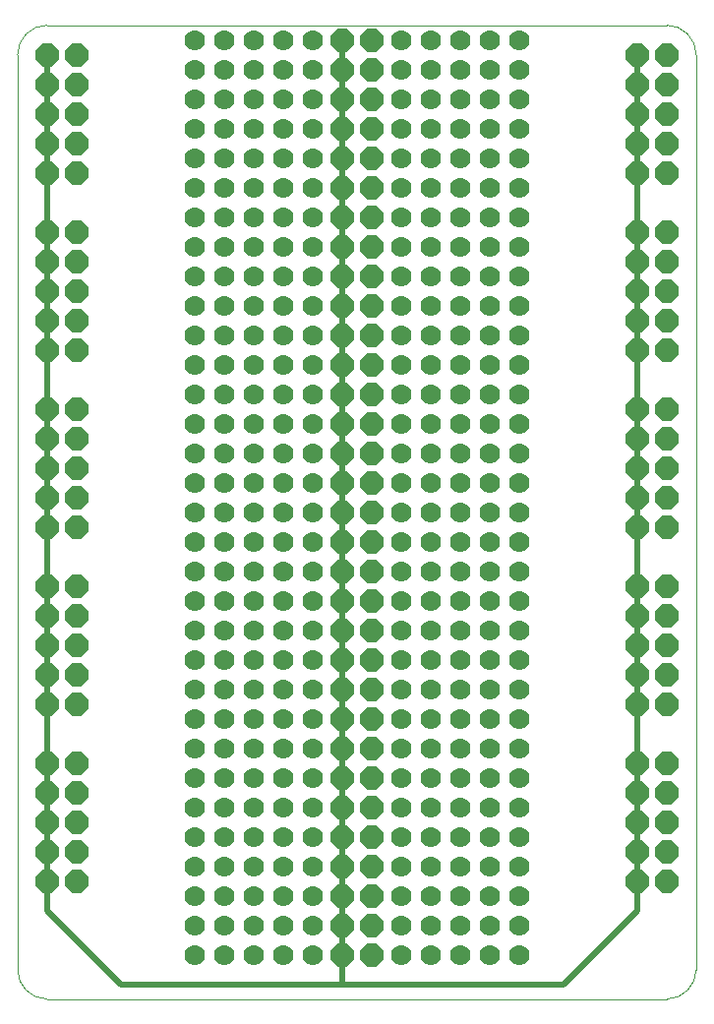
<source format=gbr>
%TF.GenerationSoftware,KiCad,Pcbnew,9.0.2-9.0.2-0~ubuntu24.04.1*%
%TF.CreationDate,2025-06-09T17:33:14+05:30*%
%TF.ProjectId,pronto,70726f6e-746f-42e6-9b69-6361645f7063,rev1*%
%TF.SameCoordinates,Original*%
%TF.FileFunction,Copper,L1,Top*%
%TF.FilePolarity,Positive*%
%FSLAX46Y46*%
G04 Gerber Fmt 4.6, Leading zero omitted, Abs format (unit mm)*
G04 Created by KiCad (PCBNEW 9.0.2-9.0.2-0~ubuntu24.04.1) date 2025-06-09 17:33:14*
%MOMM*%
%LPD*%
G01*
G04 APERTURE LIST*
G04 Aperture macros list*
%AMOutline5P*
0 Free polygon, 5 corners , with rotation*
0 The origin of the aperture is its center*
0 number of corners: always 5*
0 $1 to $10 corner X, Y*
0 $11 Rotation angle, in degrees counterclockwise*
0 create outline with 5 corners*
4,1,5,$1,$2,$3,$4,$5,$6,$7,$8,$9,$10,$1,$2,$11*%
%AMOutline6P*
0 Free polygon, 6 corners , with rotation*
0 The origin of the aperture is its center*
0 number of corners: always 6*
0 $1 to $12 corner X, Y*
0 $13 Rotation angle, in degrees counterclockwise*
0 create outline with 6 corners*
4,1,6,$1,$2,$3,$4,$5,$6,$7,$8,$9,$10,$11,$12,$1,$2,$13*%
%AMOutline7P*
0 Free polygon, 7 corners , with rotation*
0 The origin of the aperture is its center*
0 number of corners: always 7*
0 $1 to $14 corner X, Y*
0 $15 Rotation angle, in degrees counterclockwise*
0 create outline with 7 corners*
4,1,7,$1,$2,$3,$4,$5,$6,$7,$8,$9,$10,$11,$12,$13,$14,$1,$2,$15*%
%AMOutline8P*
0 Free polygon, 8 corners , with rotation*
0 The origin of the aperture is its center*
0 number of corners: always 8*
0 $1 to $16 corner X, Y*
0 $17 Rotation angle, in degrees counterclockwise*
0 create outline with 8 corners*
4,1,8,$1,$2,$3,$4,$5,$6,$7,$8,$9,$10,$11,$12,$13,$14,$15,$16,$1,$2,$17*%
G04 Aperture macros list end*
%TA.AperFunction,ComponentPad*%
%ADD10C,1.778000*%
%TD*%
%TA.AperFunction,ComponentPad*%
%ADD11Outline8P,-1.016000X0.406400X-0.406400X1.016000X0.406400X1.016000X1.016000X0.406400X1.016000X-0.406400X0.406400X-1.016000X-0.406400X-1.016000X-1.016000X-0.406400X0.000000*%
%TD*%
%TA.AperFunction,ComponentPad*%
%ADD12Outline8P,-1.016000X0.406400X-0.406400X1.016000X0.406400X1.016000X1.016000X0.406400X1.016000X-0.406400X0.406400X-1.016000X-0.406400X-1.016000X-1.016000X-0.406400X180.000000*%
%TD*%
%TA.AperFunction,Conductor*%
%ADD13C,0.508000*%
%TD*%
%TA.AperFunction,Profile*%
%ADD14C,0.100000*%
%TD*%
G04 APERTURE END LIST*
D10*
%TO.P,1pin,1*%
%TO.N,N/C*%
X114300000Y-38100000D03*
%TD*%
%TO.P,1pin,1*%
%TO.N,N/C*%
X132080000Y-38100000D03*
%TD*%
%TO.P,1pin,1*%
%TO.N,N/C*%
X127000000Y-38100000D03*
%TD*%
%TO.P,1pin,1*%
%TO.N,N/C*%
X106680000Y-38100000D03*
%TD*%
%TO.P,1pin,1*%
%TO.N,N/C*%
X121920000Y-38100000D03*
%TD*%
%TO.P,1pin,1*%
%TO.N,N/C*%
X111760000Y-38100000D03*
%TD*%
%TO.P,1pin,1*%
%TO.N,N/C*%
X129540000Y-38100000D03*
%TD*%
%TO.P,1pin,1*%
%TO.N,N/C*%
X124460000Y-38100000D03*
%TD*%
%TO.P,1pin,1*%
%TO.N,N/C*%
X109220000Y-38100000D03*
%TD*%
%TO.P,1pin,1*%
%TO.N,N/C*%
X104140000Y-38100000D03*
%TD*%
%TO.P,1pin,1*%
%TO.N,N/C*%
X106680000Y-40640000D03*
%TD*%
%TO.P,1pin,1*%
%TO.N,N/C*%
X104140000Y-40640000D03*
%TD*%
%TO.P,1pin,1*%
%TO.N,N/C*%
X109220000Y-40640000D03*
%TD*%
%TO.P,1pin,1*%
%TO.N,N/C*%
X111760000Y-40640000D03*
%TD*%
%TO.P,1pin,1*%
%TO.N,N/C*%
X114300000Y-40640000D03*
%TD*%
%TO.P,1pin,1*%
%TO.N,N/C*%
X121920000Y-40640000D03*
%TD*%
%TO.P,1pin,1*%
%TO.N,N/C*%
X124460000Y-40640000D03*
%TD*%
%TO.P,1pin,1*%
%TO.N,N/C*%
X127000000Y-40640000D03*
%TD*%
%TO.P,1pin,1*%
%TO.N,N/C*%
X132080000Y-40640000D03*
%TD*%
%TO.P,1pin,1*%
%TO.N,N/C*%
X129540000Y-40640000D03*
%TD*%
%TO.P,1pin,1*%
%TO.N,N/C*%
X121920000Y-45720000D03*
%TD*%
%TO.P,1pin,1*%
%TO.N,N/C*%
X124460000Y-45720000D03*
%TD*%
%TO.P,1pin,1*%
%TO.N,N/C*%
X127000000Y-45720000D03*
%TD*%
%TO.P,1pin,1*%
%TO.N,N/C*%
X132080000Y-45720000D03*
%TD*%
%TO.P,1pin,1*%
%TO.N,N/C*%
X129540000Y-45720000D03*
%TD*%
%TO.P,1pin,1*%
%TO.N,N/C*%
X129540000Y-43180000D03*
%TD*%
%TO.P,1pin,1*%
%TO.N,N/C*%
X132080000Y-43180000D03*
%TD*%
%TO.P,1pin,1*%
%TO.N,N/C*%
X127000000Y-43180000D03*
%TD*%
%TO.P,1pin,1*%
%TO.N,N/C*%
X124460000Y-43180000D03*
%TD*%
%TO.P,1pin,1*%
%TO.N,N/C*%
X121920000Y-43180000D03*
%TD*%
%TO.P,1pin,1*%
%TO.N,N/C*%
X114300000Y-43180000D03*
%TD*%
%TO.P,1pin,1*%
%TO.N,N/C*%
X111760000Y-43180000D03*
%TD*%
%TO.P,1pin,1*%
%TO.N,N/C*%
X109220000Y-43180000D03*
%TD*%
%TO.P,1pin,1*%
%TO.N,N/C*%
X104140000Y-43180000D03*
%TD*%
%TO.P,1pin,1*%
%TO.N,N/C*%
X106680000Y-43180000D03*
%TD*%
%TO.P,1pin,1*%
%TO.N,N/C*%
X106680000Y-45720000D03*
%TD*%
%TO.P,1pin,1*%
%TO.N,N/C*%
X104140000Y-45720000D03*
%TD*%
%TO.P,1pin,1*%
%TO.N,N/C*%
X109220000Y-45720000D03*
%TD*%
%TO.P,1pin,1*%
%TO.N,N/C*%
X111760000Y-45720000D03*
%TD*%
%TO.P,1pin,1*%
%TO.N,N/C*%
X114300000Y-45720000D03*
%TD*%
%TO.P,1pin,1*%
%TO.N,N/C*%
X114300000Y-50800000D03*
%TD*%
%TO.P,1pin,1*%
%TO.N,N/C*%
X111760000Y-50800000D03*
%TD*%
%TO.P,1pin,1*%
%TO.N,N/C*%
X109220000Y-50800000D03*
%TD*%
%TO.P,1pin,1*%
%TO.N,N/C*%
X104140000Y-50800000D03*
%TD*%
%TO.P,1pin,1*%
%TO.N,N/C*%
X106680000Y-50800000D03*
%TD*%
%TO.P,1pin,1*%
%TO.N,N/C*%
X106680000Y-48260000D03*
%TD*%
%TO.P,1pin,1*%
%TO.N,N/C*%
X104140000Y-48260000D03*
%TD*%
%TO.P,1pin,1*%
%TO.N,N/C*%
X109220000Y-48260000D03*
%TD*%
%TO.P,1pin,1*%
%TO.N,N/C*%
X111760000Y-48260000D03*
%TD*%
%TO.P,1pin,1*%
%TO.N,N/C*%
X114300000Y-48260000D03*
%TD*%
%TO.P,1pin,1*%
%TO.N,N/C*%
X114300000Y-58420000D03*
%TD*%
%TO.P,1pin,1*%
%TO.N,N/C*%
X111760000Y-58420000D03*
%TD*%
%TO.P,1pin,1*%
%TO.N,N/C*%
X109220000Y-58420000D03*
%TD*%
%TO.P,1pin,1*%
%TO.N,N/C*%
X104140000Y-58420000D03*
%TD*%
%TO.P,1pin,1*%
%TO.N,N/C*%
X106680000Y-58420000D03*
%TD*%
%TO.P,1pin,1*%
%TO.N,N/C*%
X106680000Y-60960000D03*
%TD*%
%TO.P,1pin,1*%
%TO.N,N/C*%
X104140000Y-60960000D03*
%TD*%
%TO.P,1pin,1*%
%TO.N,N/C*%
X109220000Y-60960000D03*
%TD*%
%TO.P,1pin,1*%
%TO.N,N/C*%
X111760000Y-60960000D03*
%TD*%
%TO.P,1pin,1*%
%TO.N,N/C*%
X114300000Y-60960000D03*
%TD*%
%TO.P,1pin,1*%
%TO.N,N/C*%
X114300000Y-55880000D03*
%TD*%
%TO.P,1pin,1*%
%TO.N,N/C*%
X111760000Y-55880000D03*
%TD*%
%TO.P,1pin,1*%
%TO.N,N/C*%
X109220000Y-55880000D03*
%TD*%
%TO.P,1pin,1*%
%TO.N,N/C*%
X104140000Y-55880000D03*
%TD*%
%TO.P,1pin,1*%
%TO.N,N/C*%
X106680000Y-55880000D03*
%TD*%
%TO.P,1pin,1*%
%TO.N,N/C*%
X106680000Y-53340000D03*
%TD*%
%TO.P,1pin,1*%
%TO.N,N/C*%
X104140000Y-53340000D03*
%TD*%
%TO.P,1pin,1*%
%TO.N,N/C*%
X109220000Y-53340000D03*
%TD*%
%TO.P,1pin,1*%
%TO.N,N/C*%
X111760000Y-53340000D03*
%TD*%
%TO.P,1pin,1*%
%TO.N,N/C*%
X114300000Y-53340000D03*
%TD*%
%TO.P,1pin,1*%
%TO.N,N/C*%
X114300000Y-73660000D03*
%TD*%
%TO.P,1pin,1*%
%TO.N,N/C*%
X111760000Y-73660000D03*
%TD*%
%TO.P,1pin,1*%
%TO.N,N/C*%
X109220000Y-73660000D03*
%TD*%
%TO.P,1pin,1*%
%TO.N,N/C*%
X104140000Y-73660000D03*
%TD*%
%TO.P,1pin,1*%
%TO.N,N/C*%
X106680000Y-73660000D03*
%TD*%
%TO.P,1pin,1*%
%TO.N,N/C*%
X106680000Y-76200000D03*
%TD*%
%TO.P,1pin,1*%
%TO.N,N/C*%
X104140000Y-76200000D03*
%TD*%
%TO.P,1pin,1*%
%TO.N,N/C*%
X109220000Y-76200000D03*
%TD*%
%TO.P,1pin,1*%
%TO.N,N/C*%
X111760000Y-76200000D03*
%TD*%
%TO.P,1pin,1*%
%TO.N,N/C*%
X114300000Y-76200000D03*
%TD*%
%TO.P,1pin,1*%
%TO.N,N/C*%
X114300000Y-81280000D03*
%TD*%
%TO.P,1pin,1*%
%TO.N,N/C*%
X111760000Y-81280000D03*
%TD*%
%TO.P,1pin,1*%
%TO.N,N/C*%
X109220000Y-81280000D03*
%TD*%
%TO.P,1pin,1*%
%TO.N,N/C*%
X104140000Y-81280000D03*
%TD*%
%TO.P,1pin,1*%
%TO.N,N/C*%
X106680000Y-81280000D03*
%TD*%
%TO.P,1pin,1*%
%TO.N,N/C*%
X106680000Y-78740000D03*
%TD*%
%TO.P,1pin,1*%
%TO.N,N/C*%
X104140000Y-78740000D03*
%TD*%
%TO.P,1pin,1*%
%TO.N,N/C*%
X109220000Y-78740000D03*
%TD*%
%TO.P,1pin,1*%
%TO.N,N/C*%
X111760000Y-78740000D03*
%TD*%
%TO.P,1pin,1*%
%TO.N,N/C*%
X114300000Y-78740000D03*
%TD*%
%TO.P,1pin,1*%
%TO.N,N/C*%
X114300000Y-68580000D03*
%TD*%
%TO.P,1pin,1*%
%TO.N,N/C*%
X111760000Y-68580000D03*
%TD*%
%TO.P,1pin,1*%
%TO.N,N/C*%
X109220000Y-68580000D03*
%TD*%
%TO.P,1pin,1*%
%TO.N,N/C*%
X104140000Y-68580000D03*
%TD*%
%TO.P,1pin,1*%
%TO.N,N/C*%
X106680000Y-68580000D03*
%TD*%
%TO.P,1pin,1*%
%TO.N,N/C*%
X106680000Y-71120000D03*
%TD*%
%TO.P,1pin,1*%
%TO.N,N/C*%
X104140000Y-71120000D03*
%TD*%
%TO.P,1pin,1*%
%TO.N,N/C*%
X109220000Y-71120000D03*
%TD*%
%TO.P,1pin,1*%
%TO.N,N/C*%
X111760000Y-71120000D03*
%TD*%
%TO.P,1pin,1*%
%TO.N,N/C*%
X114300000Y-71120000D03*
%TD*%
%TO.P,1pin,1*%
%TO.N,N/C*%
X114300000Y-66040000D03*
%TD*%
%TO.P,1pin,1*%
%TO.N,N/C*%
X111760000Y-66040000D03*
%TD*%
%TO.P,1pin,1*%
%TO.N,N/C*%
X109220000Y-66040000D03*
%TD*%
%TO.P,1pin,1*%
%TO.N,N/C*%
X104140000Y-66040000D03*
%TD*%
%TO.P,1pin,1*%
%TO.N,N/C*%
X106680000Y-66040000D03*
%TD*%
%TO.P,1pin,1*%
%TO.N,N/C*%
X106680000Y-63500000D03*
%TD*%
%TO.P,1pin,1*%
%TO.N,N/C*%
X104140000Y-63500000D03*
%TD*%
%TO.P,1pin,1*%
%TO.N,N/C*%
X109220000Y-63500000D03*
%TD*%
%TO.P,1pin,1*%
%TO.N,N/C*%
X111760000Y-63500000D03*
%TD*%
%TO.P,1pin,1*%
%TO.N,N/C*%
X114300000Y-63500000D03*
%TD*%
%TO.P,1pin,1*%
%TO.N,N/C*%
X114300000Y-104140000D03*
%TD*%
%TO.P,1pin,1*%
%TO.N,N/C*%
X111760000Y-104140000D03*
%TD*%
%TO.P,1pin,1*%
%TO.N,N/C*%
X109220000Y-104140000D03*
%TD*%
%TO.P,1pin,1*%
%TO.N,N/C*%
X104140000Y-104140000D03*
%TD*%
%TO.P,1pin,1*%
%TO.N,N/C*%
X106680000Y-104140000D03*
%TD*%
%TO.P,1pin,1*%
%TO.N,N/C*%
X106680000Y-106680000D03*
%TD*%
%TO.P,1pin,1*%
%TO.N,N/C*%
X104140000Y-106680000D03*
%TD*%
%TO.P,1pin,1*%
%TO.N,N/C*%
X109220000Y-106680000D03*
%TD*%
%TO.P,1pin,1*%
%TO.N,N/C*%
X111760000Y-106680000D03*
%TD*%
%TO.P,1pin,1*%
%TO.N,N/C*%
X114300000Y-106680000D03*
%TD*%
%TO.P,1pin,1*%
%TO.N,N/C*%
X114300000Y-111760000D03*
%TD*%
%TO.P,1pin,1*%
%TO.N,N/C*%
X111760000Y-111760000D03*
%TD*%
%TO.P,1pin,1*%
%TO.N,N/C*%
X109220000Y-111760000D03*
%TD*%
%TO.P,1pin,1*%
%TO.N,N/C*%
X104140000Y-111760000D03*
%TD*%
%TO.P,1pin,1*%
%TO.N,N/C*%
X106680000Y-111760000D03*
%TD*%
%TO.P,1pin,1*%
%TO.N,N/C*%
X106680000Y-109220000D03*
%TD*%
%TO.P,1pin,1*%
%TO.N,N/C*%
X104140000Y-109220000D03*
%TD*%
%TO.P,1pin,1*%
%TO.N,N/C*%
X109220000Y-109220000D03*
%TD*%
%TO.P,1pin,1*%
%TO.N,N/C*%
X111760000Y-109220000D03*
%TD*%
%TO.P,1pin,1*%
%TO.N,N/C*%
X114300000Y-109220000D03*
%TD*%
%TO.P,1pin,1*%
%TO.N,N/C*%
X114300000Y-116840000D03*
%TD*%
%TO.P,1pin,1*%
%TO.N,N/C*%
X111760000Y-116840000D03*
%TD*%
%TO.P,1pin,1*%
%TO.N,N/C*%
X109220000Y-116840000D03*
%TD*%
%TO.P,1pin,1*%
%TO.N,N/C*%
X104140000Y-116840000D03*
%TD*%
%TO.P,1pin,1*%
%TO.N,N/C*%
X106680000Y-116840000D03*
%TD*%
%TO.P,1pin,1*%
%TO.N,N/C*%
X106680000Y-114300000D03*
%TD*%
%TO.P,1pin,1*%
%TO.N,N/C*%
X104140000Y-114300000D03*
%TD*%
%TO.P,1pin,1*%
%TO.N,N/C*%
X109220000Y-114300000D03*
%TD*%
%TO.P,1pin,1*%
%TO.N,N/C*%
X111760000Y-114300000D03*
%TD*%
%TO.P,1pin,1*%
%TO.N,N/C*%
X114300000Y-114300000D03*
%TD*%
%TO.P,1pin,1*%
%TO.N,N/C*%
X114300000Y-93980000D03*
%TD*%
%TO.P,1pin,1*%
%TO.N,N/C*%
X111760000Y-93980000D03*
%TD*%
%TO.P,1pin,1*%
%TO.N,N/C*%
X109220000Y-93980000D03*
%TD*%
%TO.P,1pin,1*%
%TO.N,N/C*%
X104140000Y-93980000D03*
%TD*%
%TO.P,1pin,1*%
%TO.N,N/C*%
X106680000Y-93980000D03*
%TD*%
%TO.P,1pin,1*%
%TO.N,N/C*%
X106680000Y-96520000D03*
%TD*%
%TO.P,1pin,1*%
%TO.N,N/C*%
X104140000Y-96520000D03*
%TD*%
%TO.P,1pin,1*%
%TO.N,N/C*%
X109220000Y-96520000D03*
%TD*%
%TO.P,1pin,1*%
%TO.N,N/C*%
X111760000Y-96520000D03*
%TD*%
%TO.P,1pin,1*%
%TO.N,N/C*%
X114300000Y-96520000D03*
%TD*%
%TO.P,1pin,1*%
%TO.N,N/C*%
X114300000Y-101600000D03*
%TD*%
%TO.P,1pin,1*%
%TO.N,N/C*%
X111760000Y-101600000D03*
%TD*%
%TO.P,1pin,1*%
%TO.N,N/C*%
X109220000Y-101600000D03*
%TD*%
%TO.P,1pin,1*%
%TO.N,N/C*%
X104140000Y-101600000D03*
%TD*%
%TO.P,1pin,1*%
%TO.N,N/C*%
X106680000Y-101600000D03*
%TD*%
%TO.P,1pin,1*%
%TO.N,N/C*%
X106680000Y-99060000D03*
%TD*%
%TO.P,1pin,1*%
%TO.N,N/C*%
X104140000Y-99060000D03*
%TD*%
%TO.P,1pin,1*%
%TO.N,N/C*%
X109220000Y-99060000D03*
%TD*%
%TO.P,1pin,1*%
%TO.N,N/C*%
X111760000Y-99060000D03*
%TD*%
%TO.P,1pin,1*%
%TO.N,N/C*%
X114300000Y-99060000D03*
%TD*%
%TO.P,1pin,1*%
%TO.N,N/C*%
X114300000Y-88900000D03*
%TD*%
%TO.P,1pin,1*%
%TO.N,N/C*%
X111760000Y-88900000D03*
%TD*%
%TO.P,1pin,1*%
%TO.N,N/C*%
X109220000Y-88900000D03*
%TD*%
%TO.P,1pin,1*%
%TO.N,N/C*%
X104140000Y-88900000D03*
%TD*%
%TO.P,1pin,1*%
%TO.N,N/C*%
X106680000Y-88900000D03*
%TD*%
%TO.P,1pin,1*%
%TO.N,N/C*%
X106680000Y-91440000D03*
%TD*%
%TO.P,1pin,1*%
%TO.N,N/C*%
X104140000Y-91440000D03*
%TD*%
%TO.P,1pin,1*%
%TO.N,N/C*%
X109220000Y-91440000D03*
%TD*%
%TO.P,1pin,1*%
%TO.N,N/C*%
X111760000Y-91440000D03*
%TD*%
%TO.P,1pin,1*%
%TO.N,N/C*%
X114300000Y-91440000D03*
%TD*%
%TO.P,1pin,1*%
%TO.N,N/C*%
X114300000Y-86360000D03*
%TD*%
%TO.P,1pin,1*%
%TO.N,N/C*%
X111760000Y-86360000D03*
%TD*%
%TO.P,1pin,1*%
%TO.N,N/C*%
X109220000Y-86360000D03*
%TD*%
%TO.P,1pin,1*%
%TO.N,N/C*%
X104140000Y-86360000D03*
%TD*%
%TO.P,1pin,1*%
%TO.N,N/C*%
X106680000Y-86360000D03*
%TD*%
%TO.P,1pin,1*%
%TO.N,N/C*%
X106680000Y-83820000D03*
%TD*%
%TO.P,1pin,1*%
%TO.N,N/C*%
X104140000Y-83820000D03*
%TD*%
%TO.P,1pin,1*%
%TO.N,N/C*%
X109220000Y-83820000D03*
%TD*%
%TO.P,1pin,1*%
%TO.N,N/C*%
X111760000Y-83820000D03*
%TD*%
%TO.P,1pin,1*%
%TO.N,N/C*%
X114300000Y-83820000D03*
%TD*%
%TO.P,1pin,1*%
%TO.N,N/C*%
X121920000Y-48260000D03*
%TD*%
%TO.P,1pin,1*%
%TO.N,N/C*%
X124460000Y-48260000D03*
%TD*%
%TO.P,1pin,1*%
%TO.N,N/C*%
X127000000Y-48260000D03*
%TD*%
%TO.P,1pin,1*%
%TO.N,N/C*%
X132080000Y-48260000D03*
%TD*%
%TO.P,1pin,1*%
%TO.N,N/C*%
X129540000Y-48260000D03*
%TD*%
%TO.P,1pin,1*%
%TO.N,N/C*%
X129540000Y-50800000D03*
%TD*%
%TO.P,1pin,1*%
%TO.N,N/C*%
X132080000Y-50800000D03*
%TD*%
%TO.P,1pin,1*%
%TO.N,N/C*%
X127000000Y-50800000D03*
%TD*%
%TO.P,1pin,1*%
%TO.N,N/C*%
X124460000Y-50800000D03*
%TD*%
%TO.P,1pin,1*%
%TO.N,N/C*%
X121920000Y-50800000D03*
%TD*%
%TO.P,1pin,1*%
%TO.N,N/C*%
X121920000Y-60960000D03*
%TD*%
%TO.P,1pin,1*%
%TO.N,N/C*%
X124460000Y-60960000D03*
%TD*%
%TO.P,1pin,1*%
%TO.N,N/C*%
X127000000Y-60960000D03*
%TD*%
%TO.P,1pin,1*%
%TO.N,N/C*%
X132080000Y-60960000D03*
%TD*%
%TO.P,1pin,1*%
%TO.N,N/C*%
X129540000Y-60960000D03*
%TD*%
%TO.P,1pin,1*%
%TO.N,N/C*%
X129540000Y-58420000D03*
%TD*%
%TO.P,1pin,1*%
%TO.N,N/C*%
X132080000Y-58420000D03*
%TD*%
%TO.P,1pin,1*%
%TO.N,N/C*%
X127000000Y-58420000D03*
%TD*%
%TO.P,1pin,1*%
%TO.N,N/C*%
X124460000Y-58420000D03*
%TD*%
%TO.P,1pin,1*%
%TO.N,N/C*%
X121920000Y-58420000D03*
%TD*%
%TO.P,1pin,1*%
%TO.N,N/C*%
X121920000Y-53340000D03*
%TD*%
%TO.P,1pin,1*%
%TO.N,N/C*%
X124460000Y-53340000D03*
%TD*%
%TO.P,1pin,1*%
%TO.N,N/C*%
X127000000Y-53340000D03*
%TD*%
%TO.P,1pin,1*%
%TO.N,N/C*%
X132080000Y-53340000D03*
%TD*%
%TO.P,1pin,1*%
%TO.N,N/C*%
X129540000Y-53340000D03*
%TD*%
%TO.P,1pin,1*%
%TO.N,N/C*%
X129540000Y-55880000D03*
%TD*%
%TO.P,1pin,1*%
%TO.N,N/C*%
X132080000Y-55880000D03*
%TD*%
%TO.P,1pin,1*%
%TO.N,N/C*%
X127000000Y-55880000D03*
%TD*%
%TO.P,1pin,1*%
%TO.N,N/C*%
X124460000Y-55880000D03*
%TD*%
%TO.P,1pin,1*%
%TO.N,N/C*%
X121920000Y-55880000D03*
%TD*%
%TO.P,1pin,1*%
%TO.N,N/C*%
X121920000Y-76200000D03*
%TD*%
%TO.P,1pin,1*%
%TO.N,N/C*%
X124460000Y-76200000D03*
%TD*%
%TO.P,1pin,1*%
%TO.N,N/C*%
X127000000Y-76200000D03*
%TD*%
%TO.P,1pin,1*%
%TO.N,N/C*%
X132080000Y-76200000D03*
%TD*%
%TO.P,1pin,1*%
%TO.N,N/C*%
X129540000Y-76200000D03*
%TD*%
%TO.P,1pin,1*%
%TO.N,N/C*%
X129540000Y-73660000D03*
%TD*%
%TO.P,1pin,1*%
%TO.N,N/C*%
X132080000Y-73660000D03*
%TD*%
%TO.P,1pin,1*%
%TO.N,N/C*%
X127000000Y-73660000D03*
%TD*%
%TO.P,1pin,1*%
%TO.N,N/C*%
X124460000Y-73660000D03*
%TD*%
%TO.P,1pin,1*%
%TO.N,N/C*%
X121920000Y-73660000D03*
%TD*%
%TO.P,1pin,1*%
%TO.N,N/C*%
X121920000Y-78740000D03*
%TD*%
%TO.P,1pin,1*%
%TO.N,N/C*%
X124460000Y-78740000D03*
%TD*%
%TO.P,1pin,1*%
%TO.N,N/C*%
X127000000Y-78740000D03*
%TD*%
%TO.P,1pin,1*%
%TO.N,N/C*%
X132080000Y-78740000D03*
%TD*%
%TO.P,1pin,1*%
%TO.N,N/C*%
X129540000Y-78740000D03*
%TD*%
%TO.P,1pin,1*%
%TO.N,N/C*%
X129540000Y-81280000D03*
%TD*%
%TO.P,1pin,1*%
%TO.N,N/C*%
X132080000Y-81280000D03*
%TD*%
%TO.P,1pin,1*%
%TO.N,N/C*%
X127000000Y-81280000D03*
%TD*%
%TO.P,1pin,1*%
%TO.N,N/C*%
X124460000Y-81280000D03*
%TD*%
%TO.P,1pin,1*%
%TO.N,N/C*%
X121920000Y-81280000D03*
%TD*%
%TO.P,1pin,1*%
%TO.N,N/C*%
X121920000Y-71120000D03*
%TD*%
%TO.P,1pin,1*%
%TO.N,N/C*%
X124460000Y-71120000D03*
%TD*%
%TO.P,1pin,1*%
%TO.N,N/C*%
X127000000Y-71120000D03*
%TD*%
%TO.P,1pin,1*%
%TO.N,N/C*%
X132080000Y-71120000D03*
%TD*%
%TO.P,1pin,1*%
%TO.N,N/C*%
X129540000Y-71120000D03*
%TD*%
%TO.P,1pin,1*%
%TO.N,N/C*%
X129540000Y-68580000D03*
%TD*%
%TO.P,1pin,1*%
%TO.N,N/C*%
X132080000Y-68580000D03*
%TD*%
%TO.P,1pin,1*%
%TO.N,N/C*%
X127000000Y-68580000D03*
%TD*%
%TO.P,1pin,1*%
%TO.N,N/C*%
X124460000Y-68580000D03*
%TD*%
%TO.P,1pin,1*%
%TO.N,N/C*%
X121920000Y-68580000D03*
%TD*%
%TO.P,1pin,1*%
%TO.N,N/C*%
X121920000Y-63500000D03*
%TD*%
%TO.P,1pin,1*%
%TO.N,N/C*%
X124460000Y-63500000D03*
%TD*%
%TO.P,1pin,1*%
%TO.N,N/C*%
X127000000Y-63500000D03*
%TD*%
%TO.P,1pin,1*%
%TO.N,N/C*%
X132080000Y-63500000D03*
%TD*%
%TO.P,1pin,1*%
%TO.N,N/C*%
X129540000Y-63500000D03*
%TD*%
%TO.P,1pin,1*%
%TO.N,N/C*%
X129540000Y-66040000D03*
%TD*%
%TO.P,1pin,1*%
%TO.N,N/C*%
X132080000Y-66040000D03*
%TD*%
%TO.P,1pin,1*%
%TO.N,N/C*%
X127000000Y-66040000D03*
%TD*%
%TO.P,1pin,1*%
%TO.N,N/C*%
X124460000Y-66040000D03*
%TD*%
%TO.P,1pin,1*%
%TO.N,N/C*%
X121920000Y-66040000D03*
%TD*%
%TO.P,1pin,1*%
%TO.N,N/C*%
X121920000Y-83820000D03*
%TD*%
%TO.P,1pin,1*%
%TO.N,N/C*%
X124460000Y-83820000D03*
%TD*%
%TO.P,1pin,1*%
%TO.N,N/C*%
X127000000Y-83820000D03*
%TD*%
%TO.P,1pin,1*%
%TO.N,N/C*%
X132080000Y-83820000D03*
%TD*%
%TO.P,1pin,1*%
%TO.N,N/C*%
X129540000Y-83820000D03*
%TD*%
%TO.P,1pin,1*%
%TO.N,N/C*%
X129540000Y-86360000D03*
%TD*%
%TO.P,1pin,1*%
%TO.N,N/C*%
X132080000Y-86360000D03*
%TD*%
%TO.P,1pin,1*%
%TO.N,N/C*%
X127000000Y-86360000D03*
%TD*%
%TO.P,1pin,1*%
%TO.N,N/C*%
X124460000Y-86360000D03*
%TD*%
%TO.P,1pin,1*%
%TO.N,N/C*%
X121920000Y-86360000D03*
%TD*%
%TO.P,1pin,1*%
%TO.N,N/C*%
X121920000Y-96520000D03*
%TD*%
%TO.P,1pin,1*%
%TO.N,N/C*%
X124460000Y-96520000D03*
%TD*%
%TO.P,1pin,1*%
%TO.N,N/C*%
X127000000Y-96520000D03*
%TD*%
%TO.P,1pin,1*%
%TO.N,N/C*%
X132080000Y-96520000D03*
%TD*%
%TO.P,1pin,1*%
%TO.N,N/C*%
X129540000Y-96520000D03*
%TD*%
%TO.P,1pin,1*%
%TO.N,N/C*%
X129540000Y-93980000D03*
%TD*%
%TO.P,1pin,1*%
%TO.N,N/C*%
X132080000Y-93980000D03*
%TD*%
%TO.P,1pin,1*%
%TO.N,N/C*%
X127000000Y-93980000D03*
%TD*%
%TO.P,1pin,1*%
%TO.N,N/C*%
X124460000Y-93980000D03*
%TD*%
%TO.P,1pin,1*%
%TO.N,N/C*%
X121920000Y-93980000D03*
%TD*%
%TO.P,1pin,1*%
%TO.N,N/C*%
X121920000Y-88900000D03*
%TD*%
%TO.P,1pin,1*%
%TO.N,N/C*%
X124460000Y-88900000D03*
%TD*%
%TO.P,1pin,1*%
%TO.N,N/C*%
X127000000Y-88900000D03*
%TD*%
%TO.P,1pin,1*%
%TO.N,N/C*%
X132080000Y-88900000D03*
%TD*%
%TO.P,1pin,1*%
%TO.N,N/C*%
X129540000Y-88900000D03*
%TD*%
%TO.P,1pin,1*%
%TO.N,N/C*%
X129540000Y-91440000D03*
%TD*%
%TO.P,1pin,1*%
%TO.N,N/C*%
X132080000Y-91440000D03*
%TD*%
%TO.P,1pin,1*%
%TO.N,N/C*%
X127000000Y-91440000D03*
%TD*%
%TO.P,1pin,1*%
%TO.N,N/C*%
X124460000Y-91440000D03*
%TD*%
%TO.P,1pin,1*%
%TO.N,N/C*%
X121920000Y-91440000D03*
%TD*%
%TO.P,1pin,1*%
%TO.N,N/C*%
X121920000Y-104140000D03*
%TD*%
%TO.P,1pin,1*%
%TO.N,N/C*%
X124460000Y-104140000D03*
%TD*%
%TO.P,1pin,1*%
%TO.N,N/C*%
X127000000Y-104140000D03*
%TD*%
%TO.P,1pin,1*%
%TO.N,N/C*%
X132080000Y-104140000D03*
%TD*%
%TO.P,1pin,1*%
%TO.N,N/C*%
X129540000Y-104140000D03*
%TD*%
%TO.P,1pin,1*%
%TO.N,N/C*%
X129540000Y-101600000D03*
%TD*%
%TO.P,1pin,1*%
%TO.N,N/C*%
X132080000Y-101600000D03*
%TD*%
%TO.P,1pin,1*%
%TO.N,N/C*%
X127000000Y-101600000D03*
%TD*%
%TO.P,1pin,1*%
%TO.N,N/C*%
X124460000Y-101600000D03*
%TD*%
%TO.P,1pin,1*%
%TO.N,N/C*%
X121920000Y-101600000D03*
%TD*%
%TO.P,1pin,1*%
%TO.N,N/C*%
X121920000Y-106680000D03*
%TD*%
%TO.P,1pin,1*%
%TO.N,N/C*%
X124460000Y-106680000D03*
%TD*%
%TO.P,1pin,1*%
%TO.N,N/C*%
X127000000Y-106680000D03*
%TD*%
%TO.P,1pin,1*%
%TO.N,N/C*%
X132080000Y-106680000D03*
%TD*%
%TO.P,1pin,1*%
%TO.N,N/C*%
X129540000Y-106680000D03*
%TD*%
%TO.P,1pin,1*%
%TO.N,N/C*%
X129540000Y-109220000D03*
%TD*%
%TO.P,1pin,1*%
%TO.N,N/C*%
X132080000Y-109220000D03*
%TD*%
%TO.P,1pin,1*%
%TO.N,N/C*%
X127000000Y-109220000D03*
%TD*%
%TO.P,1pin,1*%
%TO.N,N/C*%
X124460000Y-109220000D03*
%TD*%
%TO.P,1pin,1*%
%TO.N,N/C*%
X121920000Y-109220000D03*
%TD*%
%TO.P,1pin,1*%
%TO.N,N/C*%
X121920000Y-99060000D03*
%TD*%
%TO.P,1pin,1*%
%TO.N,N/C*%
X124460000Y-99060000D03*
%TD*%
%TO.P,1pin,1*%
%TO.N,N/C*%
X127000000Y-99060000D03*
%TD*%
%TO.P,1pin,1*%
%TO.N,N/C*%
X132080000Y-99060000D03*
%TD*%
%TO.P,1pin,1*%
%TO.N,N/C*%
X129540000Y-99060000D03*
%TD*%
%TO.P,1pin,1*%
%TO.N,N/C*%
X121920000Y-116840000D03*
%TD*%
%TO.P,1pin,1*%
%TO.N,N/C*%
X124460000Y-116840000D03*
%TD*%
%TO.P,1pin,1*%
%TO.N,N/C*%
X127000000Y-116840000D03*
%TD*%
%TO.P,1pin,1*%
%TO.N,N/C*%
X132080000Y-116840000D03*
%TD*%
%TO.P,1pin,1*%
%TO.N,N/C*%
X129540000Y-116840000D03*
%TD*%
%TO.P,1pin,1*%
%TO.N,N/C*%
X129540000Y-114300000D03*
%TD*%
%TO.P,1pin,1*%
%TO.N,N/C*%
X132080000Y-114300000D03*
%TD*%
%TO.P,1pin,1*%
%TO.N,N/C*%
X127000000Y-114300000D03*
%TD*%
%TO.P,1pin,1*%
%TO.N,N/C*%
X124460000Y-114300000D03*
%TD*%
%TO.P,1pin,1*%
%TO.N,N/C*%
X121920000Y-114300000D03*
%TD*%
%TO.P,1pin,1*%
%TO.N,N/C*%
X129540000Y-111760000D03*
%TD*%
%TO.P,1pin,1*%
%TO.N,N/C*%
X132080000Y-111760000D03*
%TD*%
%TO.P,1pin,1*%
%TO.N,N/C*%
X127000000Y-111760000D03*
%TD*%
%TO.P,1pin,1*%
%TO.N,N/C*%
X124460000Y-111760000D03*
%TD*%
%TO.P,1pin,1*%
%TO.N,N/C*%
X121920000Y-111760000D03*
%TD*%
D11*
%TO.P,1pin,1*%
%TO.N,N/C*%
X116840000Y-38100000D03*
%TD*%
%TO.P,1pin,1*%
%TO.N,N/C*%
X119380000Y-38100000D03*
%TD*%
%TO.P,1pin,1*%
%TO.N,N/C*%
X116840000Y-40640000D03*
%TD*%
%TO.P,1pin,1*%
%TO.N,N/C*%
X119380000Y-40640000D03*
%TD*%
D12*
%TO.P,1pin,1*%
%TO.N,N/C*%
X116840000Y-114300000D03*
%TD*%
%TO.P,1pin,1*%
%TO.N,N/C*%
X119380000Y-114300000D03*
%TD*%
%TO.P,1pin,1*%
%TO.N,N/C*%
X119380000Y-111760000D03*
%TD*%
%TO.P,1pin,1*%
%TO.N,N/C*%
X116840000Y-111760000D03*
%TD*%
%TO.P,1pin,1*%
%TO.N,N/C*%
X116840000Y-106680000D03*
%TD*%
%TO.P,1pin,1*%
%TO.N,N/C*%
X119380000Y-106680000D03*
%TD*%
%TO.P,1pin,1*%
%TO.N,N/C*%
X119380000Y-109220000D03*
%TD*%
%TO.P,1pin,1*%
%TO.N,N/C*%
X116840000Y-109220000D03*
%TD*%
%TO.P,1pin,1*%
%TO.N,N/C*%
X116840000Y-99060000D03*
%TD*%
%TO.P,1pin,1*%
%TO.N,N/C*%
X119380000Y-99060000D03*
%TD*%
%TO.P,1pin,1*%
%TO.N,N/C*%
X119380000Y-96520000D03*
%TD*%
%TO.P,1pin,1*%
%TO.N,N/C*%
X116840000Y-96520000D03*
%TD*%
%TO.P,1pin,1*%
%TO.N,N/C*%
X119380000Y-104140000D03*
%TD*%
%TO.P,1pin,1*%
%TO.N,N/C*%
X116840000Y-104140000D03*
%TD*%
%TO.P,1pin,1*%
%TO.N,N/C*%
X116840000Y-83820000D03*
%TD*%
%TO.P,1pin,1*%
%TO.N,N/C*%
X119380000Y-83820000D03*
%TD*%
%TO.P,1pin,1*%
%TO.N,N/C*%
X119380000Y-81280000D03*
%TD*%
%TO.P,1pin,1*%
%TO.N,N/C*%
X116840000Y-81280000D03*
%TD*%
%TO.P,1pin,1*%
%TO.N,N/C*%
X116840000Y-76200000D03*
%TD*%
%TO.P,1pin,1*%
%TO.N,N/C*%
X119380000Y-76200000D03*
%TD*%
%TO.P,1pin,1*%
%TO.N,N/C*%
X119380000Y-78740000D03*
%TD*%
%TO.P,1pin,1*%
%TO.N,N/C*%
X116840000Y-78740000D03*
%TD*%
%TO.P,1pin,1*%
%TO.N,N/C*%
X116840000Y-88900000D03*
%TD*%
%TO.P,1pin,1*%
%TO.N,N/C*%
X119380000Y-88900000D03*
%TD*%
%TO.P,1pin,1*%
%TO.N,N/C*%
X116840000Y-91440000D03*
%TD*%
%TO.P,1pin,1*%
%TO.N,N/C*%
X119380000Y-91440000D03*
%TD*%
%TO.P,1pin,1*%
%TO.N,N/C*%
X119380000Y-93980000D03*
%TD*%
%TO.P,1pin,1*%
%TO.N,N/C*%
X116840000Y-93980000D03*
%TD*%
%TO.P,1pin,1*%
%TO.N,N/C*%
X116840000Y-53340000D03*
%TD*%
%TO.P,1pin,1*%
%TO.N,N/C*%
X119380000Y-53340000D03*
%TD*%
%TO.P,1pin,1*%
%TO.N,N/C*%
X119380000Y-50800000D03*
%TD*%
%TO.P,1pin,1*%
%TO.N,N/C*%
X116840000Y-50800000D03*
%TD*%
%TO.P,1pin,1*%
%TO.N,N/C*%
X116840000Y-45720000D03*
%TD*%
%TO.P,1pin,1*%
%TO.N,N/C*%
X119380000Y-45720000D03*
%TD*%
%TO.P,1pin,1*%
%TO.N,N/C*%
X119380000Y-48260000D03*
%TD*%
%TO.P,1pin,1*%
%TO.N,N/C*%
X116840000Y-48260000D03*
%TD*%
D11*
%TO.P,1pin,1*%
%TO.N,N/C*%
X119380000Y-43180000D03*
%TD*%
%TO.P,1pin,1*%
%TO.N,N/C*%
X116840000Y-43180000D03*
%TD*%
D12*
%TO.P,1pin,1*%
%TO.N,N/C*%
X116840000Y-63500000D03*
%TD*%
%TO.P,1pin,1*%
%TO.N,N/C*%
X119380000Y-63500000D03*
%TD*%
%TO.P,1pin,1*%
%TO.N,N/C*%
X119380000Y-60960000D03*
%TD*%
%TO.P,1pin,1*%
%TO.N,N/C*%
X116840000Y-60960000D03*
%TD*%
%TO.P,1pin,1*%
%TO.N,N/C*%
X119380000Y-58420000D03*
%TD*%
%TO.P,1pin,1*%
%TO.N,N/C*%
X116840000Y-58420000D03*
%TD*%
%TO.P,1pin,1*%
%TO.N,N/C*%
X116840000Y-68580000D03*
%TD*%
%TO.P,1pin,1*%
%TO.N,N/C*%
X119380000Y-68580000D03*
%TD*%
%TO.P,1pin,1*%
%TO.N,N/C*%
X119380000Y-66040000D03*
%TD*%
%TO.P,1pin,1*%
%TO.N,N/C*%
X116840000Y-66040000D03*
%TD*%
%TO.P,1pin,1*%
%TO.N,N/C*%
X119380000Y-73660000D03*
%TD*%
%TO.P,1pin,1*%
%TO.N,N/C*%
X116840000Y-73660000D03*
%TD*%
%TO.P,1pin,1*%
%TO.N,N/C*%
X116840000Y-55880000D03*
%TD*%
%TO.P,1pin,1*%
%TO.N,N/C*%
X119380000Y-55880000D03*
%TD*%
%TO.P,1pin,1*%
%TO.N,N/C*%
X116840000Y-71120000D03*
%TD*%
%TO.P,1pin,1*%
%TO.N,N/C*%
X119380000Y-71120000D03*
%TD*%
%TO.P,1pin,1*%
%TO.N,N/C*%
X116840000Y-86360000D03*
%TD*%
%TO.P,1pin,1*%
%TO.N,N/C*%
X119380000Y-86360000D03*
%TD*%
%TO.P,1pin,1*%
%TO.N,N/C*%
X116840000Y-101600000D03*
%TD*%
%TO.P,1pin,1*%
%TO.N,N/C*%
X119380000Y-101600000D03*
%TD*%
%TO.P,1pin,1*%
%TO.N,N/C*%
X116840000Y-116840000D03*
%TD*%
%TO.P,1pin,1*%
%TO.N,N/C*%
X119380000Y-116840000D03*
%TD*%
D11*
%TO.P,1pin,1*%
%TO.N,N/C*%
X144780000Y-39370000D03*
%TD*%
%TO.P,1pin,1*%
%TO.N,N/C*%
X142240000Y-39370000D03*
%TD*%
%TO.P,1pin,1*%
%TO.N,N/C*%
X142240000Y-41910000D03*
%TD*%
%TO.P,1pin,1*%
%TO.N,N/C*%
X144780000Y-41910000D03*
%TD*%
%TO.P,1pin,1*%
%TO.N,N/C*%
X93980000Y-39370000D03*
%TD*%
%TO.P,1pin,1*%
%TO.N,N/C*%
X91440000Y-39370000D03*
%TD*%
%TO.P,1pin,1*%
%TO.N,N/C*%
X93980000Y-41910000D03*
%TD*%
%TO.P,1pin,1*%
%TO.N,N/C*%
X91440000Y-41910000D03*
%TD*%
%TO.P,1pin,1*%
%TO.N,N/C*%
X144780000Y-107950000D03*
%TD*%
%TO.P,1pin,1*%
%TO.N,N/C*%
X142240000Y-107950000D03*
%TD*%
%TO.P,1pin,1*%
%TO.N,N/C*%
X142240000Y-105410000D03*
%TD*%
%TO.P,1pin,1*%
%TO.N,N/C*%
X144780000Y-105410000D03*
%TD*%
%TO.P,1pin,1*%
%TO.N,N/C*%
X144780000Y-100330000D03*
%TD*%
%TO.P,1pin,1*%
%TO.N,N/C*%
X142240000Y-100330000D03*
%TD*%
%TO.P,1pin,1*%
%TO.N,N/C*%
X142240000Y-102870000D03*
%TD*%
%TO.P,1pin,1*%
%TO.N,N/C*%
X144780000Y-102870000D03*
%TD*%
%TO.P,1pin,1*%
%TO.N,N/C*%
X144780000Y-92710000D03*
%TD*%
%TO.P,1pin,1*%
%TO.N,N/C*%
X142240000Y-92710000D03*
%TD*%
%TO.P,1pin,1*%
%TO.N,N/C*%
X142240000Y-90170000D03*
%TD*%
%TO.P,1pin,1*%
%TO.N,N/C*%
X144780000Y-90170000D03*
%TD*%
%TO.P,1pin,1*%
%TO.N,N/C*%
X144780000Y-77470000D03*
%TD*%
%TO.P,1pin,1*%
%TO.N,N/C*%
X142240000Y-77470000D03*
%TD*%
%TO.P,1pin,1*%
%TO.N,N/C*%
X142240000Y-74930000D03*
%TD*%
%TO.P,1pin,1*%
%TO.N,N/C*%
X144780000Y-74930000D03*
%TD*%
%TO.P,1pin,1*%
%TO.N,N/C*%
X144780000Y-69850000D03*
%TD*%
%TO.P,1pin,1*%
%TO.N,N/C*%
X142240000Y-69850000D03*
%TD*%
%TO.P,1pin,1*%
%TO.N,N/C*%
X142240000Y-72390000D03*
%TD*%
%TO.P,1pin,1*%
%TO.N,N/C*%
X144780000Y-72390000D03*
%TD*%
%TO.P,1pin,1*%
%TO.N,N/C*%
X144780000Y-85090000D03*
%TD*%
%TO.P,1pin,1*%
%TO.N,N/C*%
X142240000Y-85090000D03*
%TD*%
%TO.P,1pin,1*%
%TO.N,N/C*%
X142240000Y-87630000D03*
%TD*%
%TO.P,1pin,1*%
%TO.N,N/C*%
X144780000Y-87630000D03*
%TD*%
%TO.P,1pin,1*%
%TO.N,N/C*%
X144780000Y-46990000D03*
%TD*%
%TO.P,1pin,1*%
%TO.N,N/C*%
X142240000Y-46990000D03*
%TD*%
%TO.P,1pin,1*%
%TO.N,N/C*%
X142240000Y-44450000D03*
%TD*%
%TO.P,1pin,1*%
%TO.N,N/C*%
X144780000Y-44450000D03*
%TD*%
%TO.P,1pin,1*%
%TO.N,N/C*%
X144780000Y-57150000D03*
%TD*%
%TO.P,1pin,1*%
%TO.N,N/C*%
X142240000Y-57150000D03*
%TD*%
%TO.P,1pin,1*%
%TO.N,N/C*%
X142240000Y-54610000D03*
%TD*%
%TO.P,1pin,1*%
%TO.N,N/C*%
X144780000Y-54610000D03*
%TD*%
%TO.P,1pin,1*%
%TO.N,N/C*%
X144780000Y-62230000D03*
%TD*%
%TO.P,1pin,1*%
%TO.N,N/C*%
X142240000Y-62230000D03*
%TD*%
%TO.P,1pin,1*%
%TO.N,N/C*%
X142240000Y-59690000D03*
%TD*%
%TO.P,1pin,1*%
%TO.N,N/C*%
X144780000Y-59690000D03*
%TD*%
D12*
%TO.P,1pin,1*%
%TO.N,N/C*%
X91440000Y-59690000D03*
%TD*%
%TO.P,1pin,1*%
%TO.N,N/C*%
X93980000Y-59690000D03*
%TD*%
%TO.P,1pin,1*%
%TO.N,N/C*%
X93980000Y-62230000D03*
%TD*%
%TO.P,1pin,1*%
%TO.N,N/C*%
X91440000Y-62230000D03*
%TD*%
%TO.P,1pin,1*%
%TO.N,N/C*%
X91440000Y-54610000D03*
%TD*%
%TO.P,1pin,1*%
%TO.N,N/C*%
X93980000Y-54610000D03*
%TD*%
%TO.P,1pin,1*%
%TO.N,N/C*%
X93980000Y-57150000D03*
%TD*%
%TO.P,1pin,1*%
%TO.N,N/C*%
X91440000Y-57150000D03*
%TD*%
D11*
%TO.P,1pin,1*%
%TO.N,N/C*%
X91440000Y-44450000D03*
%TD*%
%TO.P,1pin,1*%
%TO.N,N/C*%
X93980000Y-44450000D03*
%TD*%
D12*
%TO.P,1pin,1*%
%TO.N,N/C*%
X93980000Y-46990000D03*
%TD*%
%TO.P,1pin,1*%
%TO.N,N/C*%
X91440000Y-46990000D03*
%TD*%
%TO.P,1pin,1*%
%TO.N,N/C*%
X91440000Y-87630000D03*
%TD*%
%TO.P,1pin,1*%
%TO.N,N/C*%
X93980000Y-87630000D03*
%TD*%
%TO.P,1pin,1*%
%TO.N,N/C*%
X93980000Y-85090000D03*
%TD*%
%TO.P,1pin,1*%
%TO.N,N/C*%
X91440000Y-85090000D03*
%TD*%
%TO.P,1pin,1*%
%TO.N,N/C*%
X91440000Y-72390000D03*
%TD*%
%TO.P,1pin,1*%
%TO.N,N/C*%
X93980000Y-72390000D03*
%TD*%
%TO.P,1pin,1*%
%TO.N,N/C*%
X93980000Y-69850000D03*
%TD*%
%TO.P,1pin,1*%
%TO.N,N/C*%
X91440000Y-69850000D03*
%TD*%
%TO.P,1pin,1*%
%TO.N,N/C*%
X91440000Y-74930000D03*
%TD*%
%TO.P,1pin,1*%
%TO.N,N/C*%
X93980000Y-74930000D03*
%TD*%
%TO.P,1pin,1*%
%TO.N,N/C*%
X93980000Y-77470000D03*
%TD*%
%TO.P,1pin,1*%
%TO.N,N/C*%
X91440000Y-77470000D03*
%TD*%
%TO.P,1pin,1*%
%TO.N,N/C*%
X91440000Y-90170000D03*
%TD*%
%TO.P,1pin,1*%
%TO.N,N/C*%
X93980000Y-90170000D03*
%TD*%
%TO.P,1pin,1*%
%TO.N,N/C*%
X93980000Y-92710000D03*
%TD*%
%TO.P,1pin,1*%
%TO.N,N/C*%
X91440000Y-92710000D03*
%TD*%
%TO.P,1pin,1*%
%TO.N,N/C*%
X91440000Y-49530000D03*
%TD*%
%TO.P,1pin,1*%
%TO.N,N/C*%
X93980000Y-49530000D03*
%TD*%
%TO.P,1pin,1*%
%TO.N,N/C*%
X91440000Y-64770000D03*
%TD*%
%TO.P,1pin,1*%
%TO.N,N/C*%
X93980000Y-64770000D03*
%TD*%
%TO.P,1pin,1*%
%TO.N,N/C*%
X91440000Y-80010000D03*
%TD*%
%TO.P,1pin,1*%
%TO.N,N/C*%
X93980000Y-80010000D03*
%TD*%
%TO.P,1pin,1*%
%TO.N,N/C*%
X91440000Y-95250000D03*
%TD*%
%TO.P,1pin,1*%
%TO.N,N/C*%
X93980000Y-95250000D03*
%TD*%
D11*
%TO.P,1pin,1*%
%TO.N,N/C*%
X142240000Y-49530000D03*
%TD*%
%TO.P,1pin,1*%
%TO.N,N/C*%
X144780000Y-49530000D03*
%TD*%
%TO.P,1pin,1*%
%TO.N,N/C*%
X142240000Y-64770000D03*
%TD*%
%TO.P,1pin,1*%
%TO.N,N/C*%
X144780000Y-64770000D03*
%TD*%
%TO.P,1pin,1*%
%TO.N,N/C*%
X142240000Y-80010000D03*
%TD*%
%TO.P,1pin,1*%
%TO.N,N/C*%
X144780000Y-80010000D03*
%TD*%
%TO.P,1pin,1*%
%TO.N,N/C*%
X142240000Y-95250000D03*
%TD*%
%TO.P,1pin,1*%
%TO.N,N/C*%
X144780000Y-95250000D03*
%TD*%
D12*
%TO.P,1pin,1*%
%TO.N,N/C*%
X142240000Y-110490000D03*
%TD*%
%TO.P,1pin,1*%
%TO.N,N/C*%
X144780000Y-110490000D03*
%TD*%
%TO.P,1pin,1*%
%TO.N,N/C*%
X91440000Y-102870000D03*
%TD*%
%TO.P,1pin,1*%
%TO.N,N/C*%
X93980000Y-102870000D03*
%TD*%
%TO.P,1pin,1*%
%TO.N,N/C*%
X93980000Y-100330000D03*
%TD*%
%TO.P,1pin,1*%
%TO.N,N/C*%
X91440000Y-100330000D03*
%TD*%
%TO.P,1pin,1*%
%TO.N,N/C*%
X91440000Y-105410000D03*
%TD*%
%TO.P,1pin,1*%
%TO.N,N/C*%
X93980000Y-105410000D03*
%TD*%
%TO.P,1pin,1*%
%TO.N,N/C*%
X93980000Y-107950000D03*
%TD*%
%TO.P,1pin,1*%
%TO.N,N/C*%
X91440000Y-107950000D03*
%TD*%
%TO.P,1pin,1*%
%TO.N,N/C*%
X91440000Y-110490000D03*
%TD*%
%TO.P,1pin,1*%
%TO.N,N/C*%
X93980000Y-110490000D03*
%TD*%
D13*
%TO.N,*%
X116840000Y-40640000D02*
X116840000Y-38100000D01*
X116840000Y-43180000D02*
X116840000Y-40640000D01*
X116840000Y-45720000D02*
X116840000Y-43180000D01*
X116840000Y-48260000D02*
X116840000Y-45720000D01*
X116840000Y-50800000D02*
X116840000Y-48260000D01*
X116840000Y-53340000D02*
X116840000Y-50800000D01*
X116840000Y-55880000D02*
X116840000Y-53340000D01*
X116840000Y-58420000D02*
X116840000Y-55880000D01*
X116840000Y-60960000D02*
X116840000Y-58420000D01*
X116840000Y-63500000D02*
X116840000Y-60960000D01*
X116840000Y-66040000D02*
X116840000Y-63500000D01*
X116840000Y-68580000D02*
X116840000Y-66040000D01*
X116840000Y-71120000D02*
X116840000Y-68580000D01*
X116840000Y-73660000D02*
X116840000Y-71120000D01*
X116840000Y-76200000D02*
X116840000Y-73660000D01*
X116840000Y-78740000D02*
X116840000Y-76200000D01*
X116840000Y-81280000D02*
X116840000Y-78740000D01*
X116840000Y-83820000D02*
X116840000Y-81280000D01*
X116840000Y-86360000D02*
X116840000Y-83820000D01*
X116840000Y-88900000D02*
X116840000Y-86360000D01*
X116840000Y-91440000D02*
X116840000Y-88900000D01*
X116840000Y-93980000D02*
X116840000Y-91440000D01*
X116840000Y-96520000D02*
X116840000Y-93980000D01*
X116840000Y-99060000D02*
X116840000Y-96520000D01*
X116840000Y-101600000D02*
X116840000Y-99060000D01*
X116840000Y-104140000D02*
X116840000Y-101600000D01*
X116840000Y-106680000D02*
X116840000Y-104140000D01*
X116840000Y-109220000D02*
X116840000Y-106680000D01*
X116840000Y-111760000D02*
X116840000Y-109220000D01*
X116840000Y-114300000D02*
X116840000Y-111760000D01*
X116840000Y-116840000D02*
X116840000Y-114300000D01*
X142240000Y-41910000D02*
X142240000Y-39370000D01*
X142240000Y-44450000D02*
X142240000Y-41910000D01*
X142240000Y-46990000D02*
X142240000Y-44450000D01*
X142240000Y-49530000D02*
X142240000Y-46990000D01*
X142240000Y-54610000D02*
X142240000Y-49530000D01*
X142240000Y-57150000D02*
X142240000Y-54610000D01*
X142240000Y-59690000D02*
X142240000Y-57150000D01*
X142240000Y-62230000D02*
X142240000Y-59690000D01*
X142240000Y-64770000D02*
X142240000Y-62230000D01*
X142240000Y-69850000D02*
X142240000Y-64770000D01*
X142240000Y-72390000D02*
X142240000Y-69850000D01*
X142240000Y-74930000D02*
X142240000Y-72390000D01*
X142240000Y-77470000D02*
X142240000Y-74930000D01*
X142240000Y-80010000D02*
X142240000Y-77470000D01*
X142240000Y-85090000D02*
X142240000Y-80010000D01*
X142240000Y-87630000D02*
X142240000Y-85090000D01*
X142240000Y-90170000D02*
X142240000Y-87630000D01*
X142240000Y-92710000D02*
X142240000Y-90170000D01*
X142240000Y-95250000D02*
X142240000Y-92710000D01*
X142240000Y-100330000D02*
X142240000Y-95250000D01*
X142240000Y-102870000D02*
X142240000Y-100330000D01*
X142240000Y-105410000D02*
X142240000Y-102870000D01*
X142240000Y-107950000D02*
X142240000Y-105410000D01*
X142240000Y-110490000D02*
X142240000Y-107950000D01*
X91440000Y-41910000D02*
X91440000Y-39370000D01*
X91440000Y-44450000D02*
X91440000Y-41910000D01*
X91440000Y-46990000D02*
X91440000Y-44450000D01*
X91440000Y-49530000D02*
X91440000Y-46990000D01*
X91440000Y-54610000D02*
X91440000Y-49530000D01*
X91440000Y-57150000D02*
X91440000Y-54610000D01*
X91440000Y-59690000D02*
X91440000Y-57150000D01*
X91440000Y-62230000D02*
X91440000Y-59690000D01*
X91440000Y-64770000D02*
X91440000Y-62230000D01*
X91440000Y-69850000D02*
X91440000Y-64770000D01*
X91440000Y-72390000D02*
X91440000Y-69850000D01*
X91440000Y-74930000D02*
X91440000Y-72390000D01*
X91440000Y-77470000D02*
X91440000Y-74930000D01*
X91440000Y-80010000D02*
X91440000Y-77470000D01*
X91440000Y-85090000D02*
X91440000Y-80010000D01*
X91440000Y-87630000D02*
X91440000Y-85090000D01*
X91440000Y-90170000D02*
X91440000Y-87630000D01*
X91440000Y-92710000D02*
X91440000Y-90170000D01*
X91440000Y-95250000D02*
X91440000Y-92710000D01*
X91440000Y-100330000D02*
X91440000Y-95250000D01*
X91440000Y-102870000D02*
X91440000Y-100330000D01*
X91440000Y-105410000D02*
X91440000Y-102870000D01*
X91440000Y-107950000D02*
X91440000Y-105410000D01*
X91440000Y-110490000D02*
X91440000Y-107950000D01*
X91440000Y-113030000D02*
X91440000Y-110490000D01*
X135890000Y-119380000D02*
X116840000Y-119380000D01*
X142240000Y-113030000D02*
X135890000Y-119380000D01*
X116840000Y-119380000D02*
X116840000Y-116840000D01*
X97790000Y-119380000D02*
X91440000Y-113030000D01*
X116840000Y-119380000D02*
X97790000Y-119380000D01*
X142240000Y-110490000D02*
X142240000Y-113030000D01*
%TD*%
D14*
X88900000Y-118110000D02*
X88900000Y-39370000D01*
X144780000Y-120650000D02*
X91440000Y-120650000D01*
X91440000Y-120650000D02*
G75*
G02*
X88900000Y-118110000I0J2540000D01*
G01*
X91440000Y-36830000D02*
X144780000Y-36830000D01*
X147320000Y-39370000D02*
X147320000Y-118110000D01*
X147320000Y-118110000D02*
G75*
G02*
X144780000Y-120650000I-2540000J0D01*
G01*
X88900000Y-39370000D02*
G75*
G02*
X91440000Y-36830000I2540000J0D01*
G01*
X144780000Y-36830000D02*
G75*
G02*
X147320000Y-39370000I0J-2540000D01*
G01*
M02*

</source>
